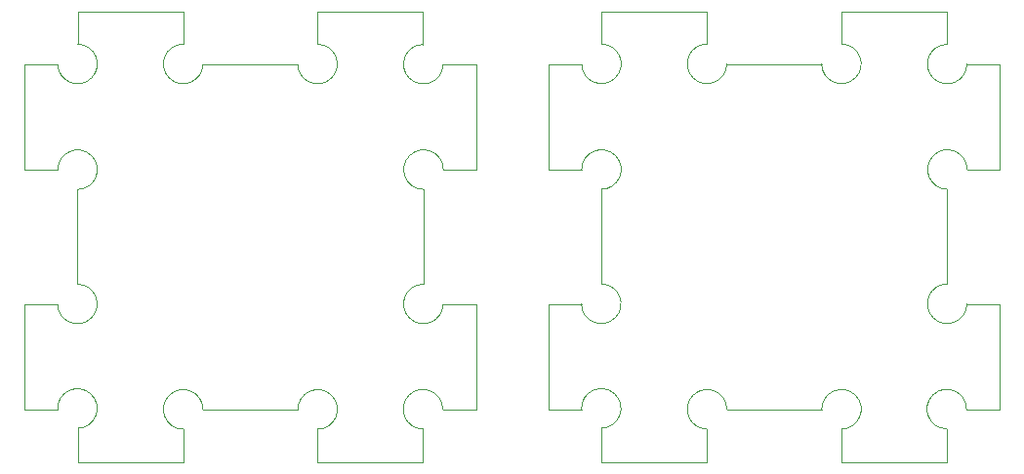
<source format=gbr>
G04 #@! TF.GenerationSoftware,KiCad,Pcbnew,(5.1.2-1)-1*
G04 #@! TF.CreationDate,2019-05-15T15:06:13-07:00*
G04 #@! TF.ProjectId,Box2,426f7832-2e6b-4696-9361-645f70636258,rev?*
G04 #@! TF.SameCoordinates,Original*
G04 #@! TF.FileFunction,Profile,NP*
%FSLAX46Y46*%
G04 Gerber Fmt 4.6, Leading zero omitted, Abs format (unit mm)*
G04 Created by KiCad (PCBNEW (5.1.2-1)-1) date 2019-05-15 15:06:13*
%MOMM*%
%LPD*%
G04 APERTURE LIST*
%ADD10C,0.050800*%
G04 APERTURE END LIST*
D10*
X158979210Y-26666774D02*
X158979210Y-29510754D01*
X168123210Y-26666774D02*
X158979210Y-26666774D01*
X168123210Y-29528336D02*
X168123210Y-26666774D01*
X138172774Y-26666774D02*
X138172774Y-29510782D01*
X136448034Y-40407564D02*
G75*
G02X138147984Y-42111149I1714466J10854D01*
G01*
X138147984Y-50342321D02*
G75*
G02X136430646Y-52070000I-2889J-1714498D01*
G01*
X138172775Y-29510781D02*
G75*
G02X136448423Y-31263539I-10279J-1714470D01*
G01*
X147316749Y-29510751D02*
X147316749Y-26666774D01*
X138172774Y-62841473D02*
X138172774Y-65810765D01*
X136436384Y-61214000D02*
G75*
G02X138172774Y-62841473I1712298J86858D01*
G01*
X133575984Y-61214000D02*
X136436384Y-61214000D01*
X133575984Y-52070000D02*
X133575984Y-61214000D01*
X136430646Y-52070000D02*
X133575984Y-52070000D01*
X149030994Y-31238774D02*
G75*
G02X147316749Y-29510751I-1714447J13523D01*
G01*
X158979210Y-62921231D02*
X158979210Y-65810765D01*
X157271824Y-61238790D02*
G75*
G02X158979210Y-62921231I1714201J32046D01*
G01*
X149037610Y-61238790D02*
X157271824Y-61238790D01*
X157262211Y-31238774D02*
X149030994Y-31238774D01*
X147316749Y-62921232D02*
G75*
G02X149037610Y-61238790I6660J1714488D01*
G01*
X147316749Y-65810765D02*
X147316749Y-62921231D01*
X138172774Y-65810765D02*
X147316749Y-65810765D01*
X172720000Y-61214000D02*
X172720000Y-52070000D01*
X169830608Y-61214000D02*
X172720000Y-61214000D01*
X168123210Y-62903256D02*
G75*
G02X169830608Y-61214000I-6916J1714486D01*
G01*
X168123210Y-65810765D02*
X168123210Y-62903256D01*
X158979210Y-65810765D02*
X168123210Y-65810765D01*
X136448423Y-31263539D02*
X133575984Y-31263539D01*
X147316749Y-26666774D02*
X138172774Y-26666774D01*
X138147984Y-42111149D02*
X138147984Y-50342321D01*
X158979210Y-29510754D02*
G75*
G02X157262211Y-31238774I-2552J-1714498D01*
G01*
X133575984Y-40407564D02*
X136448034Y-40407564D01*
X133575984Y-31263539D02*
X133575984Y-40407564D01*
X169862489Y-31263539D02*
G75*
G02X168123210Y-29528336I-1714373J20884D01*
G01*
X172720000Y-31263539D02*
X169862488Y-31263539D01*
X172720000Y-40407564D02*
X172720000Y-31263539D01*
X169882619Y-40407564D02*
X172720000Y-40407564D01*
X168147975Y-42105049D02*
G75*
G02X169882619Y-40407564I20227J1714381D01*
G01*
X168147975Y-50338335D02*
X168147975Y-42105048D01*
X169865311Y-52070000D02*
G75*
G02X168147975Y-50338335I-1714413J17168D01*
G01*
X172720000Y-52070000D02*
X169865312Y-52070000D01*
X122688115Y-29541517D02*
X122688115Y-26679955D01*
X124427394Y-31276720D02*
G75*
G02X122688115Y-29541517I-1714373J20884D01*
G01*
X113544115Y-26679955D02*
X113544115Y-29523935D01*
X122688115Y-26679955D02*
X113544115Y-26679955D01*
X88140889Y-40420745D02*
X91012939Y-40420745D01*
X88140889Y-31276720D02*
X88140889Y-40420745D01*
X92737679Y-26679955D02*
X92737679Y-29523963D01*
X101881654Y-26679955D02*
X92737679Y-26679955D01*
X111827116Y-31251955D02*
X103595899Y-31251955D01*
X113544115Y-62934412D02*
X113544115Y-65823946D01*
X111836729Y-61251971D02*
G75*
G02X113544115Y-62934412I1714201J32046D01*
G01*
X92712889Y-42124330D02*
X92712889Y-50355502D01*
X91012939Y-40420745D02*
G75*
G02X92712889Y-42124330I1714466J10854D01*
G01*
X103602515Y-61251971D02*
X111836729Y-61251971D01*
X101881654Y-62934413D02*
G75*
G02X103602515Y-61251971I6660J1714488D01*
G01*
X113544115Y-29523935D02*
G75*
G02X111827116Y-31251955I-2552J-1714498D01*
G01*
X122712880Y-50351516D02*
X122712880Y-42118229D01*
X124430216Y-52083181D02*
G75*
G02X122712880Y-50351516I-1714413J17168D01*
G01*
X91013328Y-31276720D02*
X88140889Y-31276720D01*
X92737680Y-29523962D02*
G75*
G02X91013328Y-31276720I-10279J-1714470D01*
G01*
X124447524Y-40420745D02*
X127284905Y-40420745D01*
X122712880Y-42118230D02*
G75*
G02X124447524Y-40420745I20227J1714381D01*
G01*
X122688115Y-65823946D02*
X122688115Y-62916437D01*
X113544115Y-65823946D02*
X122688115Y-65823946D01*
X92737679Y-62854654D02*
X92737679Y-65823946D01*
X91001289Y-61227181D02*
G75*
G02X92737679Y-62854654I1712298J86858D01*
G01*
X127284905Y-52083181D02*
X124430217Y-52083181D01*
X127284905Y-61227181D02*
X127284905Y-52083181D01*
X101881654Y-29523932D02*
X101881654Y-26679955D01*
X103595899Y-31251955D02*
G75*
G02X101881654Y-29523932I-1714447J13523D01*
G01*
X101881654Y-65823946D02*
X101881654Y-62934412D01*
X92737679Y-65823946D02*
X101881654Y-65823946D01*
X127284905Y-31276720D02*
X124427393Y-31276720D01*
X127284905Y-40420745D02*
X127284905Y-31276720D01*
X88140889Y-61227181D02*
X91001289Y-61227181D01*
X88140889Y-52083181D02*
X88140889Y-61227181D01*
X124395513Y-61227181D02*
X127284905Y-61227181D01*
X122688115Y-62916437D02*
G75*
G02X124395513Y-61227181I-6916J1714486D01*
G01*
X90995551Y-52083181D02*
X88140889Y-52083181D01*
X92712889Y-50355502D02*
G75*
G02X90995551Y-52083181I-2889J-1714498D01*
G01*
M02*

</source>
